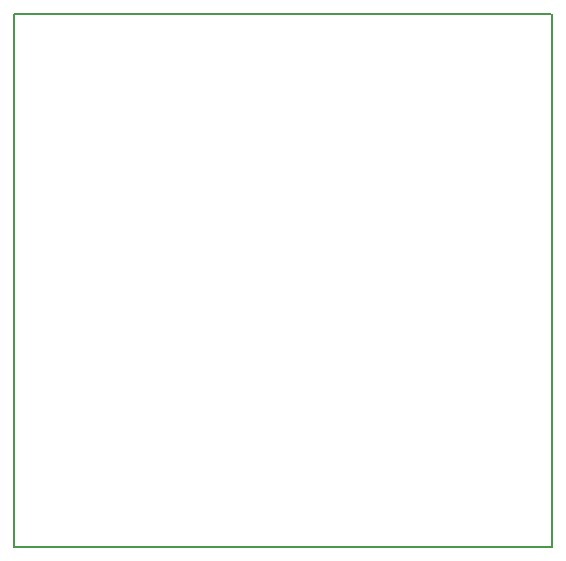
<source format=gko>
G04 (created by PCBNEW (2013-may-18)-stable) date Сб 10 янв 2015 20:32:16*
%MOIN*%
G04 Gerber Fmt 3.4, Leading zero omitted, Abs format*
%FSLAX34Y34*%
G01*
G70*
G90*
G04 APERTURE LIST*
%ADD10C,0.00590551*%
G04 APERTURE END LIST*
G54D10*
X0Y-17755D02*
X0Y0D01*
X17913Y-17755D02*
X17913Y0D01*
X0Y-17755D02*
X17913Y-17755D01*
X0Y0D02*
X39Y0D01*
X39Y0D02*
X17874Y0D01*
M02*

</source>
